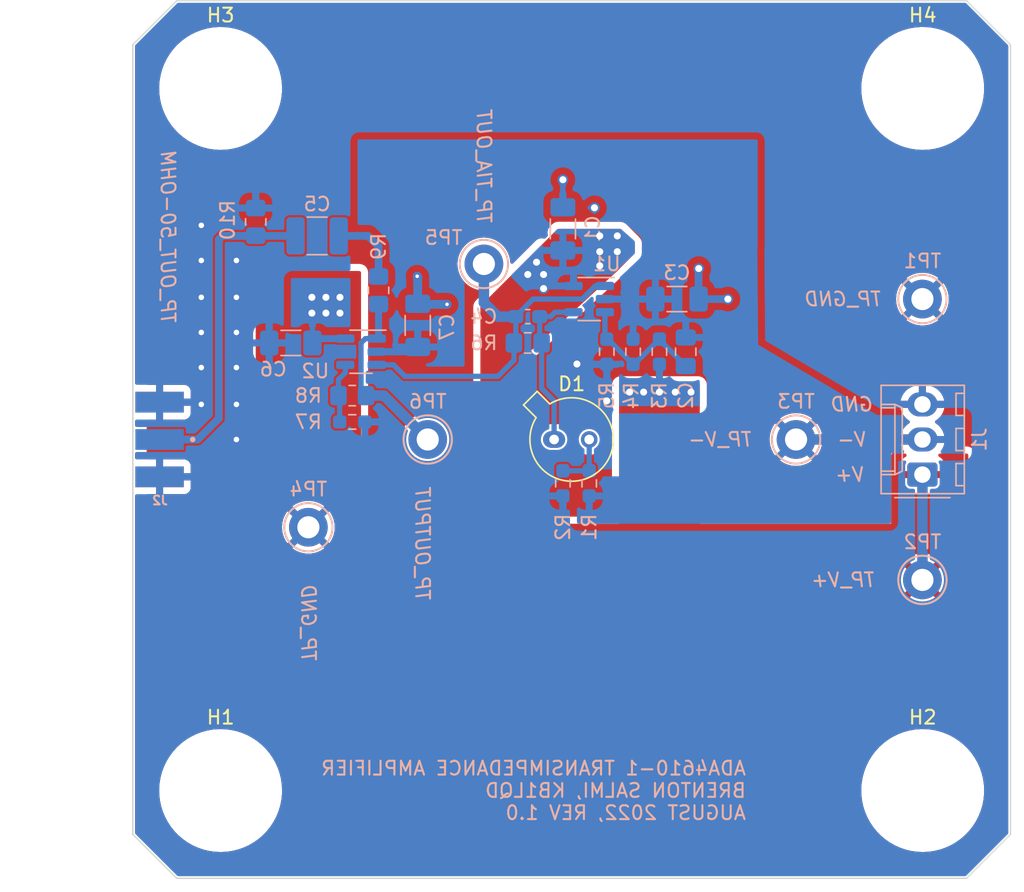
<source format=kicad_pcb>
(kicad_pcb (version 20211014) (generator pcbnew)
  (layers (0 "F.Cu" signal) (31 "B.Cu" signal) (36 "B.SilkS" user "B.Silkscreen") (37 "F.SilkS" user "F.Silkscreen") (38 "B.Mask" user) (39 "F.Mask" user) (44 "Edge.Cuts" user))
  (net 0 "")
  (net 1 "GND")
  (net 2 "VCC")
  (net 3 "VEE")
  (net 4 "Net-(C2-Pad2)")
  (net 5 "Net-(C4-Pad1)")
  (net 6 "Net-(C4-Pad2)")
  (net 7 "Net-(C5-Pad1)")
  (net 8 "Net-(C5-Pad2)")
  (net 9 "Net-(D1-Pad2)")
  (net 10 "Net-(R7-Pad2)")
  (net 11 "Net-(R8-Pad1)")
  (footprint "ADA4610-transimpedance-amplifier:TO-18-2_Lens_Centered" (layer "F.Cu") (at 107.95 82.55)
    (fp_text reference "D1" (at 0 -4.02) (layer "F.SilkS"))
    (fp_text value "ODD-1W")
    (fp_line (start -1.582331 -2.572281) (end -2.494499 -3.484448) (layer "F.SilkS") (width 0.12))
    (fp_line (start -3.484448 -2.494499) (end -2.572281 -1.582331) (layer "F.SilkS") (width 0.12))
    (fp_line (start -2.494499 -3.484448) (end -3.484448 -2.494499) (layer "F.SilkS") (width 0.12))
    (fp_arc (start -1.582331 -2.572281) (mid 2.135374 2.135551) (end -2.57215 -1.582544) (layer "F.SilkS") (width 0.12))
    (pad "1" thru_hole oval (at -1.27 0) (size 1.6 1.2) (drill 0.7) (layers *.Cu *.Mask) (net 5 "Net-(C4-Pad1)"))
    (pad "2" thru_hole oval (at 1.27 0) (size 1.2 1.2) (drill 0.7) (layers *.Cu *.Mask) (net 9 "Net-(D1-Pad2)"))
  )
  (footprint "MountingHole:MountingHole_4.3mm_M4" (layer "F.Cu") (at 133.35 57.15)
    (fp_text reference "H4" (at 0 -5.3) (layer "F.SilkS"))
    (fp_text value "MountingHole")
    (pad "" np_thru_hole circle (at 0 0) (size 4.3 4.3) (drill 4.3) (layers *.Cu *.Mask))
  )
  (footprint "MountingHole:MountingHole_4.3mm_M4" (layer "F.Cu") (at 82.55 107.95)
    (fp_text reference "H1" (at 0 -5.3) (layer "F.SilkS"))
    (fp_text value "MountingHole")
    (pad "" np_thru_hole circle (at 0 0) (size 4.3 4.3) (drill 4.3) (layers *.Cu *.Mask))
  )
  (footprint "MountingHole:MountingHole_4.3mm_M4" (layer "F.Cu") (at 82.55 57.15)
    (fp_text reference "H3" (at 0 -5.3) (layer "F.SilkS"))
    (fp_text value "MountingHole")
    (pad "" np_thru_hole circle (at 0 0) (size 4.3 4.3) (drill 4.3) (layers *.Cu *.Mask))
  )
  (footprint "MountingHole:MountingHole_4.3mm_M4" (layer "F.Cu") (at 133.35 107.95)
    (fp_text reference "H2" (at 0 -5.3) (layer "F.SilkS"))
    (fp_text value "MountingHole")
    (pad "" np_thru_hole circle (at 0 0) (size 4.3 4.3) (drill 4.3) (layers *.Cu *.Mask))
  )
  (footprint "Resistor_SMD:R_0603_1608Metric_Pad0.98x0.95mm_HandSolder" (layer "B.Cu") (at 109.22 85.725 -90)
    (fp_text reference "R1" (at 3.175 0 90) (layer "B.SilkS") (effects (justify mirror)))
    (fp_text value "0")
    (fp_line (start -0.254724 -0.5225) (end 0.254724 -0.5225) (layer "B.SilkS") (width 0.12))
    (fp_line (start -0.254724 0.5225) (end 0.254724 0.5225) (layer "B.SilkS") (width 0.12))
    (pad "1" smd roundrect (at -0.9125 0 270) (size 0.975 0.95) (layers "B.Cu" "B.Paste" "B.Mask") (net 9 "Net-(D1-Pad2)"))
    (pad "2" smd roundrect (at 0.9125 0 270) (size 0.975 0.95) (layers "B.Cu" "B.Paste" "B.Mask") (net 3 "VEE"))
  )
  (footprint "Package_TO_SOT_SMD:SOT-23-5" (layer "B.Cu") (at 109.22 72.39 180)
    (fp_text reference "U1" (at -1.27 2.54) (layer "B.SilkS") (effects (justify mirror)))
    (fp_text value "ADA4610-1xR")
    (fp_line (start 0 1.56) (end -1.8 1.56) (layer "B.SilkS") (width 0.12))
    (fp_line (start 0 -1.56) (end -0.8 -1.56) (layer "B.SilkS") (width 0.12))
    (fp_line (start 0 -1.56) (end 0.8 -1.56) (layer "B.SilkS") (width 0.12))
    (fp_line (start 0 1.56) (end 0.8 1.56) (layer "B.SilkS") (width 0.12))
    (pad "1" smd roundrect (at -1.1375 0.95 180) (size 1.325 0.6) (layers "B.Cu" "B.Paste" "B.Mask") (net 6 "Net-(C4-Pad2)"))
    (pad "2" smd roundrect (at -1.1375 0 180) (size 1.325 0.6) (layers "B.Cu" "B.Paste" "B.Mask") (net 3 "VEE"))
    (pad "3" smd roundrect (at -1.1375 -0.95 180) (size 1.325 0.6) (layers "B.Cu" "B.Paste" "B.Mask") (net 4 "Net-(C2-Pad2)"))
    (pad "4" smd roundrect (at 1.1375 -0.95 180) (size 1.325 0.6) (layers "B.Cu" "B.Paste" "B.Mask") (net 5 "Net-(C4-Pad1)"))
    (pad "5" smd roundrect (at 1.1375 0.95 180) (size 1.325 0.6) (layers "B.Cu" "B.Paste" "B.Mask") (net 2 "VCC"))
  )
  (footprint "Capacitor_SMD:C_1206_3216Metric_Pad1.33x1.80mm_HandSolder" (layer "B.Cu") (at 96.8125 74.295 -90)
    (fp_text reference "C7" (at 0.127 -2.1205 90) (layer "B.SilkS") (effects (justify mirror)))
    (fp_text value "1u")
    (fp_line (start -0.711252 0.91) (end 0.711252 0.91) (layer "B.SilkS") (width 0.12))
    (fp_line (start -0.711252 -0.91) (end 0.711252 -0.91) (layer "B.SilkS") (width 0.12))
    (pad "1" smd roundrect (at -1.5625 0 270) (size 1.325 1.8) (layers "B.Cu" "B.Paste" "B.Mask") (roundrect_rratio 0.188679) (net 1 "GND"))
    (pad "2" smd roundrect (at 1.5625 0 270) (size 1.325 1.8) (layers "B.Cu" "B.Paste" "B.Mask") (roundrect_rratio 0.188679) (net 3 "VEE"))
  )
  (footprint "Capacitor_SMD:C_1206_3216Metric_Pad1.33x1.80mm_HandSolder" (layer "B.Cu") (at 87.63 75.565)
    (fp_text reference "C6" (at -1.27 1.905) (layer "B.SilkS") (effects (justify mirror)))
    (fp_text value "1u")
    (fp_line (start -0.711252 0.91) (end 0.711252 0.91) (layer "B.SilkS") (width 0.12))
    (fp_line (start -0.711252 -0.91) (end 0.711252 -0.91) (layer "B.SilkS") (width 0.12))
    (pad "1" smd roundrect (at -1.5625 0) (size 1.325 1.8) (layers "B.Cu" "B.Paste" "B.Mask") (roundrect_rratio 0.188679) (net 1 "GND"))
    (pad "2" smd roundrect (at 1.5625 0) (size 1.325 1.8) (layers "B.Cu" "B.Paste" "B.Mask") (roundrect_rratio 0.188679) (net 2 "VCC"))
  )
  (footprint "Capacitor_SMD:C_1206_3216Metric_Pad1.33x1.80mm_HandSolder" (layer "B.Cu") (at 115.57 72.39 180)
    (fp_text reference "C3" (at 0 1.905) (layer "B.SilkS") (effects (justify mirror)))
    (fp_text value "1u")
    (fp_line (start -0.711252 0.91) (end 0.711252 0.91) (layer "B.SilkS") (width 0.12))
    (fp_line (start -0.711252 -0.91) (end 0.711252 -0.91) (layer "B.SilkS") (width 0.12))
    (pad "1" smd roundrect (at -1.5625 0 180) (size 1.325 1.8) (layers "B.Cu" "B.Paste" "B.Mask") (roundrect_rratio 0.188679) (net 1 "GND"))
    (pad "2" smd roundrect (at 1.5625 0 180) (size 1.325 1.8) (layers "B.Cu" "B.Paste" "B.Mask") (roundrect_rratio 0.188679) (net 3 "VEE"))
  )
  (footprint "Capacitor_SMD:C_1206_3216Metric_Pad1.33x1.80mm_HandSolder" (layer "B.Cu") (at 107.315 67.31 -90)
    (fp_text reference "C1" (at 0 -2.159 -90) (layer "B.SilkS") (effects (justify mirror)))
    (fp_text value "1u")
    (fp_line (start -0.711252 0.91) (end 0.711252 0.91) (layer "B.SilkS") (width 0.12))
    (fp_line (start -0.711252 -0.91) (end 0.711252 -0.91) (layer "B.SilkS") (width 0.12))
    (pad "1" smd roundrect (at -1.5625 0 270) (size 1.325 1.8) (layers "B.Cu" "B.Paste" "B.Mask") (roundrect_rratio 0.188679) (net 1 "GND"))
    (pad "2" smd roundrect (at 1.5625 0 270) (size 1.325 1.8) (layers "B.Cu" "B.Paste" "B.Mask") (roundrect_rratio 0.188679) (net 2 "VCC"))
  )
  (footprint "Resistor_SMD:R_0603_1608Metric_Pad0.98x0.95mm_HandSolder" (layer "B.Cu") (at 92.075 81.28 180)
    (fp_text reference "R7" (at 3.175 0) (layer "B.SilkS") (effects (justify mirror)))
    (fp_text value "1k")
    (fp_line (start -0.254724 0.5225) (end 0.254724 0.5225) (layer "B.SilkS") (width 0.12))
    (fp_line (start -0.254724 -0.5225) (end 0.254724 -0.5225) (layer "B.SilkS") (width 0.12))
    (pad "1" smd roundrect (at -0.9125 0 180) (size 0.975 0.95) (layers "B.Cu" "B.Paste" "B.Mask") (net 1 "GND"))
    (pad "2" smd roundrect (at 0.9125 0 180) (size 0.975 0.95) (layers "B.Cu" "B.Paste" "B.Mask") (net 10 "Net-(R7-Pad2)"))
  )
  (footprint "TestPoint:TestPoint_Keystone_5010-5014_Multipurpose" (layer "B.Cu") (at 133.33 92.71 180)
    (fp_text reference "TP2" (at 0 2.75) (layer "B.SilkS") (effects (justify mirror)))
    (fp_text value "TP_V+")
    (fp_circle (center 0 0) (end 1.75 0) (layer "B.SilkS") (width 0.15) (fill none))
    (pad "1" thru_hole circle (at 0 0 180) (size 2.8 2.8) (drill 1.6) (layers *.Cu *.Mask) (net 2 "VCC"))
  )
  (footprint "Resistor_SMD:R_0805_2012Metric_Pad1.20x1.40mm_HandSolder" (layer "B.Cu") (at 85.09 66.802 90)
    (fp_text reference "R10" (at 0.127 -2.032 90) (layer "B.SilkS") (effects (justify mirror)))
    (fp_text value "49.9")
    (fp_line (start -0.227064 -0.735) (end 0.227064 -0.735) (layer "B.SilkS") (width 0.12))
    (fp_line (start -0.227064 0.735) (end 0.227064 0.735) (layer "B.SilkS") (width 0.12))
    (pad "1" smd roundrect (at -1 0 90) (size 1.2 1.4) (layers "B.Cu" "B.Paste" "B.Mask") (roundrect_rratio 0.208333) (net 8 "Net-(C5-Pad2)"))
    (pad "2" smd roundrect (at 1 0 90) (size 1.2 1.4) (layers "B.Cu" "B.Paste" "B.Mask") (roundrect_rratio 0.208333) (net 1 "GND"))
  )
  (footprint "Resistor_SMD:R_0805_2012Metric_Pad1.20x1.40mm_HandSolder" (layer "B.Cu") (at 92.075 79.375 180)
    (fp_text reference "R8" (at 3.175 0) (layer "B.SilkS") (effects (justify mirror)))
    (fp_text value "49.9k")
    (fp_line (start -0.227064 0.735) (end 0.227064 0.735) (layer "B.SilkS") (width 0.12))
    (fp_line (start -0.227064 -0.735) (end 0.227064 -0.735) (layer "B.SilkS") (width 0.12))
    (pad "1" smd roundrect (at -1 0 180) (size 1.2 1.4) (layers "B.Cu" "B.Paste" "B.Mask") (roundrect_rratio 0.208333) (net 11 "Net-(R8-Pad1)"))
    (pad "2" smd roundrect (at 1 0 180) (size 1.2 1.4) (layers "B.Cu" "B.Paste" "B.Mask") (roundrect_rratio 0.208333) (net 10 "Net-(R7-Pad2)"))
  )
  (footprint "Resistor_SMD:R_0603_1608Metric_Pad0.98x0.95mm_HandSolder" (layer "B.Cu") (at 110.49 76.2 -90)
    (fp_text reference "R5" (at 3.175 0 -90) (layer "B.SilkS") (effects (justify mirror)))
    (fp_text value "0")
    (fp_line (start -0.254724 0.5225) (end 0.254724 0.5225) (layer "B.SilkS") (width 0.12))
    (fp_line (start -0.254724 -0.5225) (end 0.254724 -0.5225) (layer "B.SilkS") (width 0.12))
    (pad "1" smd roundrect (at -0.9125 0 270) (size 0.975 0.95) (layers "B.Cu" "B.Paste" "B.Mask") (net 4 "Net-(C2-Pad2)"))
    (pad "2" smd roundrect (at 0.9125 0 270) (size 0.975 0.95) (layers "B.Cu" "B.Paste" "B.Mask") (net 1 "GND"))
  )
  (footprint "Resistor_SMD:R_0603_1608Metric_Pad0.98x0.95mm_HandSolder" (layer "B.Cu") (at 114.3 76.2 90)
    (fp_text reference "R3" (at -3.175 0 90) (layer "B.SilkS") (effects (justify mirror)))
    (fp_text value "10k")
    (fp_line (start -0.254724 0.5225) (end 0.254724 0.5225) (layer "B.SilkS") (width 0.12))
    (fp_line (start -0.254724 -0.5225) (end 0.254724 -0.5225) (layer "B.SilkS") (width 0.12))
    (pad "1" smd roundrect (at -0.9125 0 90) (size 0.975 0.95) (layers "B.Cu" "B.Paste" "B.Mask") (net 2 "VCC"))
    (pad "2" smd roundrect (at 0.9125 0 90) (size 0.975 0.95) (layers "B.Cu" "B.Paste" "B.Mask") (net 4 "Net-(C2-Pad2)"))
  )
  (footprint "Resistor_SMD:R_0805_2012Metric_Pad1.20x1.40mm_HandSolder" (layer "B.Cu") (at 104.775 75.565 180)
    (fp_text reference "R6" (at 3.175 0) (layer "B.SilkS") (effects (justify mirror)))
    (fp_text value "100k")
    (fp_line (start -0.227064 0.735) (end 0.227064 0.735) (layer "B.SilkS") (width 0.12))
    (fp_line (start -0.227064 -0.735) (end 0.227064 -0.735) (layer "B.SilkS") (width 0.12))
    (pad "1" smd roundrect (at -1 0 180) (size 1.2 1.4) (layers "B.Cu" "B.Paste" "B.Mask") (roundrect_rratio 0.208333) (net 5 "Net-(C4-Pad1)"))
    (pad "2" smd roundrect (at 1 0 180) (size 1.2 1.4) (layers "B.Cu" "B.Paste" "B.Mask") (roundrect_rratio 0.208333) (net 6 "Net-(C4-Pad2)"))
  )
  (footprint "Resistor_SMD:R_0603_1608Metric_Pad0.98x0.95mm_HandSolder" (layer "B.Cu") (at 112.395 76.2 90)
    (fp_text reference "R4" (at -3.175 -0.127 90) (layer "B.SilkS") (effects (justify mirror)))
    (fp_text value "10k")
    (fp_line (start -0.254724 0.5225) (end 0.254724 0.5225) (layer "B.SilkS") (width 0.12))
    (fp_line (start -0.254724 -0.5225) (end 0.254724 -0.5225) (layer "B.SilkS") (width 0.12))
    (pad "1" smd roundrect (at -0.9125 0 90) (size 0.975 0.95) (layers "B.Cu" "B.Paste" "B.Mask") (net 4 "Net-(C2-Pad2)"))
    (pad "2" smd roundrect (at 0.9125 0 90) (size 0.975 0.95) (layers "B.Cu" "B.Paste" "B.Mask") (net 3 "VEE"))
  )
  (footprint "TestPoint:TestPoint_Keystone_5010-5014_Multipurpose" (layer "B.Cu") (at 97.536 82.55 180)
    (fp_text reference "TP6" (at 0 2.75) (layer "B.SilkS") (effects (justify mirror)))
    (fp_text value "TP_OUTPUT")
    (fp_circle (center 0 0) (end 1.75 0) (layer "B.SilkS") (width 0.15) (fill none))
    (pad "1" thru_hole circle (at 0 0 180) (size 2.8 2.8) (drill 1.6) (layers *.Cu *.Mask) (net 11 "Net-(R8-Pad1)"))
  )
  (footprint "TestPoint:TestPoint_Keystone_5010-5014_Multipurpose" (layer "B.Cu") (at 124.186 82.55 180)
    (fp_text reference "TP3" (at 0 2.75) (layer "B.SilkS") (effects (justify mirror)))
    (fp_text value "TP_V-")
    (fp_circle (center 0 0) (end 1.75 0) (layer "B.SilkS") (width 0.15) (fill none))
    (pad "1" thru_hole circle (at 0 0 180) (size 2.8 2.8) (drill 1.6) (layers *.Cu *.Mask) (net 3 "VEE"))
  )
  (footprint "ADA4610-transimpedance-amplifier:RFSOLUTIONS_CON-SMA-EDGE-S" (layer "B.Cu") (at 78.132508 82.55)
    (fp_text reference "J2" (at 0.032 4.4064) (layer "B.SilkS") (effects (font (size 0.64 0.64)) (justify mirror)))
    (fp_text value "Conn_Coaxial")
    (fp_circle (center 2.4 0) (end 2.5 0) (layer "B.SilkS") (width 0.2) (fill none))
    (pad "1" smd rect (at 0 0) (size 3.5 1.5) (layers "B.Cu" "B.Paste" "B.Mask") (net 8 "Net-(C5-Pad2)"))
    (pad "2" smd rect (at 0 2.7) (size 3.5 1.5) (layers "F.Cu" "F.Paste" "F.Mask") (net 1 "GND"))
    (pad "2" smd rect (at 0 -2.7) (size 3.5 1.5) (layers "B.Cu" "B.Paste" "B.Mask") (net 1 "GND"))
    (pad "2" smd rect (at 0 2.7) (size 3.5 1.5) (layers "B.Cu" "B.Paste" "B.Mask") (net 1 "GND"))
    (pad "2" smd rect (at 0 -2.7) (size 3.5 1.5) (layers "F.Cu" "F.Paste" "F.Mask") (net 1 "GND"))
  )
  (footprint "Capacitor_SMD:C_1210_3225Metric_Pad1.33x2.70mm_HandSolder" (layer "B.Cu") (at 89.535 67.818 180)
    (fp_text reference "C5" (at 0 2.3) (layer "B.SilkS") (effects (justify mirror)))
    (fp_text value "10u")
    (fp_line (start -0.711252 1.36) (end 0.711252 1.36) (layer "B.SilkS") (width 0.12))
    (fp_line (start -0.711252 -1.36) (end 0.711252 -1.36) (layer "B.SilkS") (width 0.12))
    (pad "1" smd roundrect (at -1.5625 0 180) (size 1.325 2.7) (layers "B.Cu" "B.Paste" "B.Mask") (roundrect_rratio 0.188679) (net 7 "Net-(C5-Pad1)"))
    (pad "2" smd roundrect (at 1.5625 0 180) (size 1.325 2.7) (layers "B.Cu" "B.Paste" "B.Mask") (roundrect_rratio 0.188679) (net 8 "Net-(C5-Pad2)"))
  )
  (footprint "Resistor_SMD:R_0805_2012Metric_Pad1.20x1.40mm_HandSolder" (layer "B.Cu") (at 93.98 71.755 -90)
    (fp_text reference "R9" (at -3.175 0 90) (layer "B.SilkS") (effects (justify mirror)))
    (fp_text value "49.9")
    (fp_line (start -0.227064 0.735) (end 0.227064 0.735) (layer "B.SilkS") (width 0.12))
    (fp_line (start -0.227064 -0.735) (end 0.227064 -0.735) (layer "B.SilkS") (width 0.12))
    (pad "1" smd roundrect (at -1 0 270) (size 1.2 1.4) (layers "B.Cu" "B.Paste" "B.Mask") (roundrect_rratio 0.208333) (net 7 "Net-(C5-Pad1)"))
    (pad "2" smd roundrect (at 1 0 270) (size 1.2 1.4) (layers "B.Cu" "B.Paste" "B.Mask") (roundrect_rratio 0.208333) (net 11 "Net-(R8-Pad1)"))
  )
  (footprint "TestPoint:TestPoint_Keystone_5010-5014_Multipurpose" (layer "B.Cu") (at 133.33 72.39 180)
    (fp_text reference "TP1" (at 0 2.75) (layer "B.SilkS") (effects (justify mirror)))
    (fp_text value "TP_GND")
    (fp_circle (center 0 0) (end 1.75 0) (layer "B.SilkS") (width 0.15) (fill none))
    (pad "1" thru_hole circle (at 0 0 180) (size 2.8 2.8) (drill 1.6) (layers *.Cu *.Mask) (net 1 "GND"))
  )
  (footprint "Package_TO_SOT_SMD:SOT-23-5" (layer "B.Cu") (at 92.71 76.2 180)
    (fp_text reference "U2" (at 3.302 -1.397) (layer "B.SilkS") (effects (justify mirror)))
    (fp_text value "ADA4610-1xR")
    (fp_line (start 0 1.56) (end 0.8 1.56) (layer "B.SilkS") (width 0.12))
    (fp_line (start 0 1.56) (end -1.8 1.56) (layer "B.SilkS") (width 0.12))
    (fp_line (start 0 -1.56) (end -0.8 -1.56) (layer "B.SilkS") (width 0.12))
    (fp_line (start 0 -1.56) (end 0.8 -1.56) (layer "B.SilkS") (width 0.12))
    (pad "1" smd roundrect (at -1.1375 0.95 180) (size 1.325 0.6) (layers "B.Cu" "B.Paste" "B.Mask") (net 11 "Net-(R8-Pad1)"))
    (pad "2" smd roundrect (at -1.1375 0 180) (size 1.325 0.6) (layers "B.Cu" "B.Paste" "B.Mask") (net 3 "VEE"))
    (pad "3" smd roundrect (at -1.1375 -0.95 180) (size 1.325 0.6) (layers "B.Cu" "B.Paste" "B.Mask") (net 6 "Net-(C4-Pad2)"))
    (pad "4" smd roundrect (at 1.1375 -0.95 180) (size 1.325 0.6) (layers "B.Cu" "B.Paste" "B.Mask") (net 10 "Net-(R7-Pad2)"))
    (pad "5" smd roundrect (at 1.1375 0.95 180) (size 1.325 0.6) (layers "B.Cu" "B.Paste" "B.Mask") (net 2 "VCC"))
  )
  (footprint "Resistor_SMD:R_0603_1608Metric_Pad0.98x0.95mm_HandSolder" (layer "B.Cu") (at 107.315 85.725 -90)
    (fp_text reference "R2" (at 3.175 0 90) (layer "B.SilkS") (effects (justify mirror)))
    (fp_text value "0")
    (fp_line (start -0.254724 0.5225) (end 0.254724 0.5225) (layer "B.SilkS") (width 0.12))
    (fp_line (start -0.254724 -0.5225) (end 0.254724 -0.5225) (layer "B.SilkS") (width 0.12))
    (pad "1" smd roundrect (at -0.9125 0 270) (size 0.975 0.95) (layers "B.Cu" "B.Paste" "B.Mask") (net 9 "Net-(D1-Pad2)"))
    (pad "2" smd roundrect (at 0.9125 0 270) (size 0.975 0.95) (layers "B.Cu" "B.Paste" "B.Mask") (net 1 "GND"))
  )
  (footprint "Capacitor_SMD:C_0603_1608Metric_Pad1.08x0.95mm_HandSolder" (layer "B.Cu") (at 104.775 73.66 180)
    (fp_text reference "C4" (at 3.175 0) (layer "B.SilkS") (effects (justify mirror)))
    (fp_text value "3.3p")
    (fp_line (start -0.146267 -0.51) (end 0.146267 -0.51) (layer "B.SilkS") (width 0.12))
    (fp_line (start -0.146267 0.51) (end 0.146267 0.51) (layer "B.SilkS") (width 0.12))
    (pad "1" smd roundrect (at -0.8625 0 180) (size 1.075 0.95) (layers "B.Cu" "B.Paste" "B.Mask") (net 5 "Net-(C4-Pad1)"))
    (pad "2" smd roundrect (at 0.8625 0 180) (size 1.075 0.95) (layers "B.Cu" "B.Paste" "B.Mask") (net 6 "Net-(C4-Pad2)"))
  )
  (footprint "TestPoint:TestPoint_Keystone_5010-5014_Multipurpose" (layer "B.Cu") (at 101.6 69.85)
    (fp_text reference "TP5" (at -2.921 -1.905) (layer "B.SilkS") (effects (justify mirror)))
    (fp_text value "TP_TIA_OUT")
    (fp_circle (center 0 0) (end 1.75 0) (layer "B.SilkS") (width 0.15) (fill none))
    (pad "1" thru_hole circle (at 0 0) (size 2.8 2.8) (drill 1.6) (layers *.Cu *.Mask) (net 6 "Net-(C4-Pad2)"))
  )
  (footprint "Capacitor_SMD:C_0805_2012Metric_Pad1.18x1.45mm_HandSolder" (layer "B.Cu") (at 116.205 76.2 -90)
    (fp_text reference "C2" (at 3.175 0 90) (layer "B.SilkS") (effects (justify mirror)))
    (fp_text value "100n")
    (fp_line (start -0.261252 -0.735) (end 0.261252 -0.735) (layer "B.SilkS") (width 0.12))
    (fp_line (start -0.261252 0.735) (end 0.261252 0.735) (layer "B.SilkS") (width 0.12))
    (pad "1" smd roundrect (at -1.0375 0 270) (size 1.175 1.45) (layers "B.Cu" "B.Paste" "B.Mask") (roundrect_rratio 0.212766) (net 3 "VEE"))
    (pad "2" smd roundrect (at 1.0375 0 270) (size 1.175 1.45) (layers "B.Cu" "B.Paste" "B.Mask") (roundrect_rratio 0.212766) (net 4 "Net-(C2-Pad2)"))
  )
  (footprint "TestPoint:TestPoint_Keystone_5010-5014_Multipurpose" (layer "B.Cu") (at 88.9 88.9 180)
    (fp_text reference "TP4" (at 0 2.75) (layer "B.SilkS") (effects (justify mirror)))
    (fp_text value "TP_GND")
    (fp_circle (center 0 0) (end 1.75 0) (layer "B.SilkS") (width 0.15) (fill none))
    (pad "1" thru_hole circle (at 0 0 180) (size 2.8 2.8) (drill 1.6) (layers *.Cu *.Mask) (net 1 "GND"))
  )
  (footprint "Connector_Molex:Molex_KK-254_AE-6410-03A_1x03_P2.54mm_Vertical" (layer "B.Cu") (at 133.33 85.09 90)
    (fp_text reference "J1" (at 2.54 4.12 90) (layer "B.SilkS") (effects (justify mirror)))
    (fp_text value "Conn_01x03_Male")
    (fp_line (start -0.8 3.03) (end -0.8 2.43) (layer "B.SilkS") (width 0.12))
    (fp_line (start 6.46 3.03) (end -1.38 3.03) (layer "B.SilkS") (width 0.12))
    (fp_line (start 1.74 2.43) (end 3.34 2.43) (layer "B.SilkS") (width 0.12))
    (fp_line (start 6.46 -2.99) (end 6.46 3.03) (layer "B.SilkS") (width 0.12))
    (fp_line (start 5.88 2.43) (end 5.88 3.03) (layer "B.SilkS") (width 0.12))
    (fp_line (start 3.34 2.43) (end 3.34 3.03) (layer "B.SilkS") (width 0.12))
    (fp_line (start -1.67 2) (end -1.67 -2) (layer "B.SilkS") (width 0.12))
    (fp_line (start 4.28 2.43) (end 5.88 2.43) (layer "B.SilkS") (width 0.12))
    (fp_line (start 0.8 2.43) (end 0.8 3.03) (layer "B.SilkS") (width 0.12))
    (fp_line (start -1.38 3.03) (end -1.38 -2.99) (layer "B.SilkS") (width 0.12))
    (fp_line (start 0.25 -1.46) (end 4.83 -1.46) (layer "B.SilkS") (width 0.12))
    (fp_line (start 0 -1.99) (end 5.08 -1.99) (layer "B.SilkS") (width 0.12))
    (fp_line (start 0 -1.99) (end 0.25 -1.46) (layer "B.SilkS") (width 0.12))
    (fp_line (start 4.28 3.03) (end 4.28 2.43) (layer "B.SilkS") (width 0.12))
    (fp_line (start 4.83 -1.46) (end 5.08 -1.99) (layer "B.SilkS") (width 0.12))
    (fp_line (start -1.38 -2.99) (end 6.46 -2.99) (layer "B.SilkS") (width 0.12))
    (fp_line (start 4.83 -2.99) (end 4.83 -1.99) (layer "B.SilkS") (width 0.12))
    (fp_line (start 0.25 -2.99) (end 0.25 -1.99) (layer "B.SilkS") (width 0.12))
    (fp_line (start 0 -2.99) (end 0 -1.99) (layer "B.SilkS") (width 0.12))
    (fp_line (start -0.8 2.43) (end 0.8 2.43) (layer "B.SilkS") (width 0.12))
    (fp_line (start 5.08 -1.99) (end 5.08 -2.99) (layer "B.SilkS") (width 0.12))
    (fp_line (start 1.74 3.03) (end 1.74 2.43) (layer "B.SilkS") (width 0.12))
    (pad "1" thru_hole roundrect (at 0 0 90) (size 1.74 2.19) (drill 1.19) (layers *.Cu *.Mask) (roundrect_rratio 0.143678) (net 2 "VCC"))
    (pad "2" thru_hole oval (at 2.54 0 90) (size 1.74 2.19) (drill 1.19) (layers *.Cu *.Mask) (net 3 "VEE"))
    (pad "3" thru_hole oval (at 5.08 0 90) (size 1.74 2.19) (drill 1.19) (layers *.Cu *.Mask) (net 1 "GND"))
  )
  (gr_line (start 136.525 114.3) (end 79.375 114.3) (layer "Edge.Cuts") (width 0.1))
  (gr_line (start 79.375 114.3) (end 76.2 111.125) (layer "Edge.Cuts") (width 0.1))
  (gr_line (start 79.375 50.8) (end 136.525 50.8) (layer "Edge.Cuts") (width 0.1))
  (gr_line (start 76.2 111.125) (end 76.2 53.975) (layer "Edge.Cuts") (width 0.1))
  (gr_line (start 139.7 53.975) (end 139.7 111.125) (layer "Edge.Cuts") (width 0.1))
  (gr_line (start 76.2 53.975) (end 79.375 50.8) (layer "Edge.Cuts") (width 0.1))
  (gr_line (start 136.525 50.8) (end 139.7 53.975) (layer "Edge.Cuts") (width 0.1))
  (gr_line (start 139.7 111.125) (end 136.525 114.3) (layer "Edge.Cuts") (width 0.1))
  (gr_text "TP_OUT_50-OHM" (at 78.74 67.945 270) (layer "B.SilkS") (effects (font (size 1 1) (thickness 0.15) italic) (justify mirror)))
  (gr_text "TP_OUTPUT" (at 97.155 90.17 270) (layer "B.SilkS") (effects (font (size 1 1) (thickness 0.15) italic) (justify mirror)))
  (gr_text "V+" (at 128.1176 85.09) (layer "B.SilkS") (effects (font (size 1 1) (thickness 0.15) italic) (justify mirror)))
  (gr_text "TP_TIA_OUT" (at 101.6 62.865 270) (layer "B.SilkS") (effects (font (size 1 1) (thickness 0.15) italic) (justify mirror)))
  (gr_text "TP_V+" (at 127.635 92.71) (layer "B.SilkS") (effects (font (size 1 1) (thickness 0.15) italic) (justify mirror)))
  (gr_text "TP_V-" (at 118.745 82.55) (layer "B.SilkS") (effects (font (size 1 1) (thickness 0.15) italic) (justify mirror)))
  (gr_text "GND" (at 128.27 80.01) (layer "B.SilkS") (effects (font (size 1 1) (thickness 0.15) italic) (justify mirror)))
  (gr_text "ADA4610-1 TRANSIMPEDANCE AMPLIFIER\nBRENTON SALMI, KB1LQD\nAUGUST 2022, REV 1.0" (at 120.65 107.95) (layer "B.SilkS") (effects (font (size 1 1)) (justify left mirror)))
  (gr_text "TP_GND" (at 88.9 95.885 270) (layer "B.SilkS") (effects (font (size 1 1) (thickness 0.15) italic) (justify mirror)))
  (gr_text "TP_GND" (at 127.635 72.39) (layer "B.SilkS") (effects (font (size 1 1) (thickness 0.15) italic) (justify mirror)))
  (gr_text "V-" (at 128.27 82.55) (layer "B.SilkS") (effects (font (size 1 1) (thickness 0.15) italic) (justify mirror)))
  (via (at 98.933 72.771) (size 0.508) (drill 0.254) (layers "F.Cu" "B.Cu") (net 1))
  (via (at 81.153 67.056) (size 0.653999) (drill 0.399999) (layers "F.Cu" "B.Cu") (net 1))
  (via (at 83.693 72.263) (size 0.653999) (drill 0.399999) (layers "F.Cu" "B.Cu") (net 1))
  (via (at 117.1448 70.1802) (size 0.762) (drill 0.508) (layers "F.Cu" "B.Cu") (net 1))
  (via (at 81.153 74.803) (size 0.653999) (drill 0.399999) (layers "F.Cu" "B.Cu") (net 1))
  (via (at 81.153 77.343) (size 0.653999) (drill 0.399999) (layers "F.Cu" "B.Cu") (net 1))
  (via (at 109.601 65.786) (size 0.762) (drill 0.508) (layers "F.Cu" "B.Cu") (net 1))
  (via (at 81.153 80.01) (size 0.653999) (drill 0.399999) (layers "F.Cu" "B.Cu") (net 1))
  (via (at 83.693 74.803) (size 0.653999) (drill 0.399999) (layers "F.Cu" "B.Cu") (net 1))
  (via (at 119.253 72.39) (size 0.762) (drill 0.508) (layers "F.Cu" "B.Cu") (net 1))
  (via (at 96.774 70.739) (size 0.508) (drill 0.254) (layers "F.Cu" "B.Cu") (net 1))
  (via (at 107.315 63.754) (size 0.762) (drill 0.508) (layers "F.Cu" "B.Cu") (net 1))
  (via (at 83.693 77.343) (size 0.653999) (drill 0.399999) (layers "F.Cu" "B.Cu") (net 1))
  (via (at 81.153 69.596) (size 0.653999) (drill 0.399999) (layers "F.Cu" "B.Cu") (net 1))
  (via (at 108.331 77.089) (size 0.762) (drill 0.508) (layers "F.Cu" "B.Cu") (net 1))
  (via (at 83.693 69.596) (size 0.653999) (drill 0.399999) (layers "F.Cu" "B.Cu") (net 1))
  (via (at 83.693 82.55) (size 0.653999) (drill 0.399999) (layers "F.Cu" "B.Cu") (net 1))
  (via (at 83.693 80.01) (size 0.653999) (drill 0.399999) (layers "F.Cu" "B.Cu") (net 1))
  (via (at 110.49 79.756) (size 0.762) (drill 0.508) (layers "F.Cu" "B.Cu") (net 1))
  (via (at 81.153 72.263) (size 0.653999) (drill 0.399999) (layers "F.Cu" "B.Cu") (net 1))
  (segment (start 119.253 72.39) (end 117.1325 72.39) (width 0.5588) (layer "B.Cu") (net 1))
  (segment (start 117.1325 70.1925) (end 117.1448 70.1802) (width 0.5588) (layer "B.Cu") (net 1))
  (segment (start 98.933 72.771) (end 96.851 72.771) (width 0.635) (layer "B.Cu") (net 1))
  (segment (start 96.8125 72.7325) (end 96.8125 70.7775) (width 0.635) (layer "B.Cu") (net 1))
  (segment (start 96.8125 70.7775) (end 96.774 70.739) (width 0.635) (layer "B.Cu") (net 1))
  (segment (start 117.1325 72.39) (end 117.1325 70.1925) (width 0.5588) (layer "B.Cu") (net 1))
  (segment (start 96.851 72.771) (end 96.8125 72.7325) (width 0.635) (layer "B.Cu") (net 1))
  (segment (start 107.315 65.7475) (end 107.315 63.754) (width 0.381) (layer "B.Cu") (net 1))
  (via (at 90.17 72.263) (size 0.762) (drill 0.508) (layers "F.Cu" "B.Cu") (net 2))
  (via (at 105.918 70.612) (size 0.762) (drill 0.508) (layers "F.Cu" "B.Cu") (net 2))
  (via (at 91.186 73.406) (size 0.762) (drill 0.508) (layers "F.Cu" "B.Cu") (net 2))
  (via (at 116.586 79.121) (size 0.762) (drill 0.508) (layers "F.Cu" "B.Cu") (net 2))
  (via (at 109.982 68.961) (size 0.762) (drill 0.508) (layers "F.Cu" "B.Cu") (net 2))
  (via (at 113.157 79.121) (size 0.762) (drill 0.508) (layers "F.Cu" "B.Cu") (net 2))
  (via (at 114.3 79.121) (size 0.762) (drill 0.508) (layers "F.Cu" "B.Cu") (net 2))
  (via (at 111.252 68.961) (size 0.762) (drill 0.508) (layers "F.Cu" "B.Cu") (net 2))
  (via (at 89.154 73.406) (size 0.762) (drill 0.508) (layers "F.Cu" "B.Cu") (net 2))
  (via (at 104.775 70.612) (size 0.762) (drill 0.508) (layers "F.Cu" "B.Cu") (net 2))
  (via (at 115.443 79.121) (size 0.762) (drill 0.508) (layers "F.Cu" "B.Cu") (net 2))
  (via (at 105.918 71.628) (size 0.762) (drill 0.508) (layers "F.Cu" "B.Cu") (net 2))
  (via (at 112.141 79.121) (size 0.762) (drill 0.508) (layers "F.Cu" "B.Cu") (net 2))
  (via (at 109.982 69.977) (size 0.762) (drill 0.508) (layers "F.Cu" "B.Cu") (net 2))
  (via (at 111.252 67.818) (size 0.762) (drill 0.508) (layers "F.Cu" "B.Cu") (net 2))
  (via (at 89.154 72.263) (size 0.762) (drill 0.508) (layers "F.Cu" "B.Cu") (net 2))
  (via (at 91.186 72.263) (size 0.762) (drill 0.508) (layers "F.Cu" "B.Cu") (net 2))
  (via (at 109.982 67.818) (size 0.762) (drill 0.508) (layers "F.Cu" "B.Cu") (net 2))
  (via (at 105.41 69.723) (size 0.762) (drill 0.508) (layers "F.Cu" "B.Cu") (net 2))
  (via (at 90.17 73.406) (size 0.762) (drill 0.508) (layers "F.Cu" "B.Cu") (net 2))
  (segment (start 89.1925 75.565) (end 89.1925 73.4445) (width 0.381) (layer "B.Cu") (net 2))
  (segment (start 89.1925 73.4445) (end 89.154 73.406) (width 0.381) (layer "B.Cu") (net 2))
  (segment (start 133.33 92.71) (end 133.33 85.09) (width 0.762) (layer "B.Cu") (net 2))
  (segment (start 89.5075 75.25) (end 89.1925 75.565) (width 0.381) (layer "B.Cu") (net 2))
  (segment (start 91.572512 75.249989) (end 89.507492 75.249989) (width 0.508) (layer "B.Cu") (net 2))
  (segment (start 114.427 77.2395) (end 114.3 77.1125) (width 0.381) (layer "B.Cu") (net 2))
  (segment (start 110.3575 72.39) (end 114.0075 72.39) (width 0.508) (layer "B.Cu") (net 3))
  (segment (start 124.186 82.55) (end 133.33 82.55) (width 0.762) (layer "B.Cu") (net 3))
  (segment (start 109.2435 86.614) (end 109.22 86.6375) (width 0.381) (layer "B.Cu") (net 3))
  (segment (start 96.47 76.2) (end 96.8125 75.8575) (width 0.381) (layer "B.Cu") (net 3))
  (segment (start 93.8475 76.2) (end 96.47 76.2) (width 0.508) (layer "B.Cu") (net 3))
  (segment (start 110.57 75.2875) (end 112.395 77.1125) (width 0.381) (layer "B.Cu") (net 4))
  (segment (start 114.3 75.3325) (end 116.205 77.2375) (width 0.381) (layer "B.Cu") (net 4))
  (segment (start 110.3575 73.34) (end 110.3575 75.155) (width 0.381) (layer "B.Cu") (net 4))
  (segment (start 114.3 75.2875) (end 114.3 75.3325) (width 0.381) (layer "B.Cu") (net 4))
  (segment (start 110.3575 75.155) (end 110.49 75.2875) (width 0.381) (layer "B.Cu") (net 4))
  (segment (start 112.395 77.1125) (end 112.475 77.1125) (width 0.381) (layer "B.Cu") (net 4))
  (segment (start 112.475 77.1125) (end 114.3 75.2875) (width 0.381) (layer "B.Cu") (net 4))
  (segment (start 110.49 75.2875) (end 110.57 75.2875) (width 0.381) (layer "B.Cu") (net 4))
  (segment (start 106.426 73.66) (end 106.746 73.34) (width 0.381) (layer "B.Cu") (net 5))
  (segment (start 105.6375 73.66) (end 105.6375 75.4275) (width 0.381) (layer "B.Cu") (net 5))
  (segment (start 106.68 79.756) (end 106.68 82.55) (width 0.381) (layer "B.Cu") (net 5))
  (segment (start 105.6375 75.4275) (end 105.775 75.565) (width 0.381) (layer "B.Cu") (net 5))
  (segment (start 105.775 75.565) (end 105.775 78.851) (width 0.381) (layer "B.Cu") (net 5))
  (segment (start 105.6375 73.66) (end 106.426 73.66) (width 0.381) (layer "B.Cu") (net 5))
  (segment (start 106.746 73.34) (end 108.0825 73.34) (width 0.381) (layer "B.Cu") (net 5))
  (segment (start 105.775 78.851) (end 106.68 79.756) (width 0.381) (layer "B.Cu") (net 5))
  (segment (start 103.9125 75.4275) (end 103.775 75.565) (width 0.381) (layer "B.Cu") (net 6))
  (segment (start 109.662 71.44) (end 108.712 72.39) (width 0.381) (layer "B.Cu") (net 6))
  (segment (start 105.156 72.39) (end 103.9125 73.6335) (width 0.381) (layer "B.Cu") (net 6))
  (segment (start 103.9125 73.6335) (end 103.9125 73.66) (width 0.381) (layer "B.Cu") (net 6))
  (segment (start 103.9125 73.66) (end 103.9125 75.4275) (width 0.381) (layer "B.Cu") (net 6))
  (segment (start 102.616 77.978) (end 103.775 76.819) (width 0.381) (layer "B.Cu") (net 6))
  (segment (start 108.712 72.39) (end 105.156 72.39) (width 0.381) (layer "B.Cu") (net 6))
  (segment (start 95.885 77.978) (end 102.616 77.978) (width 0.381) (layer "B.Cu") (net 6))
  (segment (start 103.775 76.819) (end 103.775 75.565) (width 0.381) (layer "B.Cu") (net 6))
  (segment (start 103.9125 73.66) (end 102.616 73.66) (width 0.762) (layer "B.Cu") (net 6))
  (segment (start 93.8475 77.15) (end 95.057 77.15) (width 0.381) (layer "B.Cu") (net 6))
  (segment (start 102.616 73.66) (end 101.6 72.644) (width 0.762) (layer "B.Cu") (net 6))
  (segment (start 101.6 72.644) (end 101.6 69.85) (width 0.762) (layer "B.Cu") (net 6))
  (segment (start 95.057 77.15) (end 95.885 77.978) (width 0.381) (layer "B.Cu") (net 6))
  (segment (start 110.3575 71.44) (end 109.662 71.44) (width 0.381) (layer "B.Cu") (net 6))
  (segment (start 93.98 70.755) (end 93.98 68.58) (width 0.5588) (layer "B.Cu") (net 7))
  (segment (start 93.218 67.818) (end 91.0975 67.818) (width 0.5588) (layer "B.Cu") (net 7))
  (segment (start 93.98 68.58) (end 93.218 67.818) (width 0.5588) (layer "B.Cu") (net 7))
  (segment (start 82.423 81.026) (end 80.899 82.55) (width 0.5588) (layer "B.Cu") (net 8))
  (segment (start 87.9725 67.818) (end 85.106 67.818) (width 0.5588) (layer "B.Cu") (net 8))
  (segment (start 85.074 67.818) (end 82.677 67.818) (width 0.5588) (layer "B.Cu") (net 8))
  (segment (start 82.423 68.072) (end 82.423 81.026) (width 0.5588) (layer "B.Cu") (net 8))
  (segment (start 85.09 67.802) (end 85.074 67.818) (width 0.5588) (layer "B.Cu") (net 8))
  (segment (start 85.106 67.818) (end 85.09 67.802) (width 0.5588) (layer "B.Cu") (net 8))
  (segment (start 80.899 82.55) (end 78.1325 82.55) (width 0.5588) (layer "B.Cu") (net 8))
  (segment (start 82.677 67.818) (end 82.423 68.072) (width 0.5588) (layer "B.Cu") (net 8))
  (segment (start 109.22 84.8125) (end 107.315 84.8125) (width 0.381) (layer "B.Cu") (net 9))
  (segment (start 109.22 82.55) (end 109.22 84.8125) (width 0.381) (layer "B.Cu") (net 9))
  (segment (start 91.5725 77.7185) (end 91.075 78.216) (width 0.381) (layer "B.Cu") (net 10))
  (segment (start 91.075 78.216) (end 91.075 79.375) (width 0.381) (layer "B.Cu") (net 10))
  (segment (start 91.1625 81.28) (end 91.1625 79.4625) (width 0.381) (layer "B.Cu") (net 10))
  (segment (start 91.5725 77.15) (end 91.5725 77.7185) (width 0.381) (layer "B.Cu") (net 10))
  (segment (start 91.1625 79.4625) (end 91.075 79.375) (width 0.381) (layer "B.Cu") (net 10))
  (segment (start 93.075 79.375) (end 94.361 79.375) (width 0.762) (layer "B.Cu") (net 11))
  (segment (start 93.8475 75.25) (end 93.025 75.25) (width 0.381) (layer "B.Cu") (net 11))
  (segment (start 93.025 75.25) (end 92.71 75.565) (width 0.381) (layer "B.Cu") (net 11))
  (segment (start 92.71 79.01) (end 93.075 79.375) (width 0.381) (layer "B.Cu") (net 11))
  (segment (start 93.98 75.1175) (end 93.8475 75.25) (width 0.381) (layer "B.Cu") (net 11))
  (segment (start 92.71 75.565) (end 92.71 79.01) (width 0.381) (layer "B.Cu") (net 11))
  (segment (start 94.361 79.375) (end 97.536 82.55) (width 0.762) (layer "B.Cu") (net 11))
  (segment (start 93.98 72.755) (end 93.98 75.1175) (width 0.508) (layer "B.Cu") (net 11))
  (zone (net 0) (net_name "") (layers F&B.Cu) (connect_pads (clearance 0)) (min_thickness 0.254)
    (keepout (tracks not_allowed) (vias not_allowed) (pads not_allowed) (copperpour not_allowed) (footprints allowed))
    (fill (thermal_gap 0.508) (thermal_bridge_width 0.508))
    (polygon (pts (xy 87.00004 107.95) (xy 86.980291 107.531214) (xy 86.921218 107.116146) (xy 86.823345 106.708478) (xy 86.687543 106.311831) (xy 86.515015 105.929724) (xy 86.307293 105.565549) (xy 86.066221 105.222539) (xy 85.79394 104.903738) (xy 85.492864 104.611976) (xy 85.165668 104.349842) (xy 84.815255 104.119664) (xy 84.444735 103.923483) (xy 84.057397 103.763043) (xy 83.65668 103.639766) (xy 83.24614 103.554747) (xy 82.82942 103.508741) (xy 82.410221 103.502156) (xy 81.992262 103.53505) (xy 81.579254 103.607131) (xy 81.174862 103.71776) (xy 80.782676 103.865955) (xy 80.406177 104.0504) (xy 80.048706 104.269458) (xy 79.713438 104.521185) (xy 79.403347 104.803347) (xy 79.121185 105.113438) (xy 78.869458 105.448706) (xy 78.6504 105.806177) (xy 78.465955 106.182676) (xy 78.31776 106.574862) (xy 78.207131 106.979254) (xy 78.13505 107.392262) (xy 78.102156 107.810221) (xy 78.108741 108.22942) (xy 78.154747 108.64614) (xy 78.239766 109.05668) (xy 78.363043 109.457397) (xy 78.523483 109.844735) (xy 78.719664 110.215255) (xy 78.949842 110.565668) (xy 79.211976 110.892864) (xy 79.503738 111.19394) (xy 79.822539 111.466221) (xy 80.165549 111.707293) (xy 80.529724 111.915015) (xy 80.911831 112.087543) (xy 81.308478 112.223345) (xy 81.716146 112.321218) (xy 82.131214 112.380291) (xy 82.55 112.40004) (xy 82.968786 112.380291) (xy 83.383854 112.321218) (xy 83.791522 112.223345) (xy 84.188169 112.087543) (xy 84.570276 111.915015) (xy 84.934451 111.707293) (xy 85.277461 111.466221) (xy 85.596262 111.19394) (xy 85.888024 110.892864) (xy 86.150158 110.565668) (xy 86.380336 110.215255) (xy 86.576517 109.844735) (xy 86.736957 109.457397) (xy 86.860234 109.05668) (xy 86.945253 108.64614) (xy 86.991259 108.22942)))
  )
  (zone (net 0) (net_name "") (layers F&B.Cu) (connect_pads (clearance 0)) (min_thickness 0.254)
    (keepout (tracks not_allowed) (vias not_allowed) (pads not_allowed) (copperpour not_allowed) (footprints allowed))
    (fill (thermal_gap 0.508) (thermal_bridge_width 0.508))
    (polygon (pts (xy 137.80004 57.15) (xy 137.780291 56.731214) (xy 137.721218 56.316146) (xy 137.623345 55.908478) (xy 137.487543 55.511831) (xy 137.315015 55.129724) (xy 137.107293 54.765549) (xy 136.866221 54.422539) (xy 136.59394 54.103738) (xy 136.292864 53.811976) (xy 135.965668 53.549842) (xy 135.615255 53.319664) (xy 135.244735 53.123483) (xy 134.857397 52.963043) (xy 134.45668 52.839766) (xy 134.04614 52.754747) (xy 133.62942 52.708741) (xy 133.210221 52.702156) (xy 132.792262 52.73505) (xy 132.379254 52.807131) (xy 131.974862 52.91776) (xy 131.582676 53.065955) (xy 131.206177 53.2504) (xy 130.848706 53.469458) (xy 130.513438 53.721185) (xy 130.203347 54.003347) (xy 129.921185 54.313438) (xy 129.669458 54.648706) (xy 129.4504 55.006177) (xy 129.265955 55.382676) (xy 129.11776 55.774862) (xy 129.007131 56.179254) (xy 128.93505 56.592262) (xy 128.902156 57.010221) (xy 128.908741 57.42942) (xy 128.954747 57.84614) (xy 129.039766 58.25668) (xy 129.163043 58.657397) (xy 129.323483 59.044735) (xy 129.519664 59.415255) (xy 129.749842 59.765668) (xy 130.011976 60.092864) (xy 130.303738 60.39394) (xy 130.622539 60.666221) (xy 130.965549 60.907293) (xy 131.329724 61.115015) (xy 131.711831 61.287543) (xy 132.108478 61.423345) (xy 132.516146 61.521218) (xy 132.931214 61.580291) (xy 133.35 61.60004) (xy 133.768786 61.580291) (xy 134.183854 61.521218) (xy 134.591522 61.423345) (xy 134.988169 61.287543) (xy 135.370276 61.115015) (xy 135.734451 60.907293) (xy 136.077461 60.666221) (xy 136.396262 60.39394) (xy 136.688024 60.092864) (xy 136.950158 59.765668) (xy 137.180336 59.415255) (xy 137.376517 59.044735) (xy 137.536957 58.657397) (xy 137.660234 58.25668) (xy 137.745253 57.84614) (xy 137.791259 57.42942)))
  )
  (zone (net 1) (net_name "GND") (layers F&B.Cu) (connect_pads (clearance 0.508)) (min_thickness 0.254) (fill yes (thermal_gap 0.508) (thermal_bridge_width 0.508))
    (polygon (pts (xy 140.7 54.975) (xy 140.7 112.125) (xy 137.525 115.3) (xy 80.375 115.3) (xy 77.2 112.125) (xy 77.2 54.975) (xy 80.375 51.8) (xy 137.525 51.8)))
  )
  (zone (net 0) (net_name "") (layers F&B.Cu) (connect_pads (clearance 0)) (min_thickness 0.254)
    (keepout (tracks not_allowed) (vias not_allowed) (pads not_allowed) (copperpour not_allowed) (footprints allowed))
    (fill (thermal_gap 0.508) (thermal_bridge_width 0.508))
    (polygon (pts (xy 87.00004 57.15) (xy 86.980291 56.731214) (xy 86.921218 56.316146) (xy 86.823345 55.908478) (xy 86.687543 55.511831) (xy 86.515015 55.129724) (xy 86.307293 54.765549) (xy 86.066221 54.422539) (xy 85.79394 54.103738) (xy 85.492864 53.811976) (xy 85.165668 53.549842) (xy 84.815255 53.319664) (xy 84.444735 53.123483) (xy 84.057397 52.963043) (xy 83.65668 52.839766) (xy 83.24614 52.754747) (xy 82.82942 52.708741) (xy 82.410221 52.702156) (xy 81.992262 52.73505) (xy 81.579254 52.807131) (xy 81.174862 52.91776) (xy 80.782676 53.065955) (xy 80.406177 53.2504) (xy 80.048706 53.469458) (xy 79.713438 53.721185) (xy 79.403347 54.003347) (xy 79.121185 54.313438) (xy 78.869458 54.648706) (xy 78.6504 55.006177) (xy 78.465955 55.382676) (xy 78.31776 55.774862) (xy 78.207131 56.179254) (xy 78.13505 56.592262) (xy 78.102156 57.010221) (xy 78.108741 57.42942) (xy 78.154747 57.84614) (xy 78.239766 58.25668) (xy 78.363043 58.657397) (xy 78.523483 59.044735) (xy 78.719664 59.415255) (xy 78.949842 59.765668) (xy 79.211976 60.092864) (xy 79.503738 60.39394) (xy 79.822539 60.666221) (xy 80.165549 60.907293) (xy 80.529724 61.115015) (xy 80.911831 61.287543) (xy 81.308478 61.423345) (xy 81.716146 61.521218) (xy 82.131214 61.580291) (xy 82.55 61.60004) (xy 82.968786 61.580291) (xy 83.383854 61.521218) (xy 83.791522 61.423345) (xy 84.188169 61.287543) (xy 84.570276 61.115015) (xy 84.934451 60.907293) (xy 85.277461 60.666221) (xy 85.596262 60.39394) (xy 85.888024 60.092864) (xy 86.150158 59.765668) (xy 86.380336 59.415255) (xy 86.576517 59.044735) (xy 86.736957 58.657397) (xy 86.860234 58.25668) (xy 86.945253 57.84614) (xy 86.991259 57.42942)))
  )
  (zone (net 2) (net_name "VCC") (layer "F.Cu") (priority 1) (connect_pads (clearance 0.508)) (min_thickness 0.254) (fill yes (thermal_gap 0.508) (thermal_bridge_width 0.508))
    (polygon (pts (xy 112.522 68.326) (xy 112.522 69.088) (xy 111.252 70.358) (xy 104.648 76.454) (xy 104.648 88.646) (xy 111.379 88.646) (xy 111.379 78.486) (xy 117.221 78.486) (xy 117.221 88.646) (xy 131.064 88.646) (xy 131.064 83.566) (xy 136.652 83.566) (xy 136.652 94.996) (xy 85.09 94.996) (xy 85.09 70.358) (xy 92.71 70.358) (xy 92.71 88.646) (xy 101.346 88.646) (xy 101.346 72.898) (xy 106.934 67.31) (xy 111.506 67.31)))
  )
  (zone (net 0) (net_name "") (layers F&B.Cu) (connect_pads (clearance 0)) (min_thickness 0.254)
    (keepout (tracks not_allowed) (vias not_allowed) (pads not_allowed) (copperpour not_allowed) (footprints allowed))
    (fill (thermal_gap 0.508) (thermal_bridge_width 0.508))
    (polygon (pts (xy 137.80004 107.95) (xy 137.780291 107.531214) (xy 137.721218 107.116146) (xy 137.623345 106.708478) (xy 137.487543 106.311831) (xy 137.315015 105.929724) (xy 137.107293 105.565549) (xy 136.866221 105.222539) (xy 136.59394 104.903738) (xy 136.292864 104.611976) (xy 135.965668 104.349842) (xy 135.615255 104.119664) (xy 135.244735 103.923483) (xy 134.857397 103.763043) (xy 134.45668 103.639766) (xy 134.04614 103.554747) (xy 133.62942 103.508741) (xy 133.210221 103.502156) (xy 132.792262 103.53505) (xy 132.379254 103.607131) (xy 131.974862 103.71776) (xy 131.582676 103.865955) (xy 131.206177 104.0504) (xy 130.848706 104.269458) (xy 130.513438 104.521185) (xy 130.203347 104.803347) (xy 129.921185 105.113438) (xy 129.669458 105.448706) (xy 129.4504 105.806177) (xy 129.265955 106.182676) (xy 129.11776 106.574862) (xy 129.007131 106.979254) (xy 128.93505 107.392262) (xy 128.902156 107.810221) (xy 128.908741 108.22942) (xy 128.954747 108.64614) (xy 129.039766 109.05668) (xy 129.163043 109.457397) (xy 129.323483 109.844735) (xy 129.519664 110.215255) (xy 129.749842 110.565668) (xy 130.011976 110.892864) (xy 130.303738 111.19394) (xy 130.622539 111.466221) (xy 130.965549 111.707293) (xy 131.329724 111.915015) (xy 131.711831 112.087543) (xy 132.108478 112.223345) (xy 132.516146 112.321218) (xy 132.931214 112.380291) (xy 133.35 112.40004) (xy 133.768786 112.380291) (xy 134.183854 112.321218) (xy 134.591522 112.223345) (xy 134.988169 112.087543) (xy 135.370276 111.915015) (xy 135.734451 111.707293) (xy 136.077461 111.466221) (xy 136.396262 111.19394) (xy 136.688024 110.892864) (xy 136.950158 110.565668) (xy 137.180336 110.215255) (xy 137.376517 109.844735) (xy 137.536957 109.457397) (xy 137.660234 109.05668) (xy 137.745253 108.64614) (xy 137.791259 108.22942)))
  )
  (zone (net 2) (net_name "VCC") (layer "B.Cu") (priority 2) (connect_pads (clearance 0.508)) (min_thickness 0.254) (fill yes (thermal_gap 0.508) (thermal_bridge_width 0.508))
    (polygon (pts (xy 112.522 68.199) (xy 112.522 69.088) (xy 108.585 72.771) (xy 104.775 72.771) (xy 104.775 72.009) (xy 103.505 70.739) (xy 106.934 67.31) (xy 111.506 67.31)))
  )
  (zone (net 3) (net_name "VEE") (layer "B.Cu") (priority 1) (connect_pads (clearance 0.508)) (min_thickness 0.254) (fill yes (thermal_gap 0.508) (thermal_bridge_width 0.508))
    (polygon (pts (xy 121.412 68.707) (xy 111.252 70.358) (xy 92.456 70.358) (xy 92.456 60.833) (xy 121.412 60.833)))
  )
  (zone (net 2) (net_name "VCC") (layer "B.Cu") (priority 2) (connect_pads (clearance 0.508)) (min_thickness 0.254) (fill yes (thermal_gap 0.508) (thermal_bridge_width 0.508))
    (polygon (pts (xy 91.948 74.422) (xy 87.63 74.422) (xy 87.63 70.866) (xy 91.948 70.866)))
  )
  (zone (net 3) (net_name "VEE") (layer "B.Cu") (priority 1) (connect_pads (clearance 0.508)) (min_thickness 0.254) (fill yes (thermal_gap 0.508) (thermal_bridge_width 0.508))
    (polygon (pts (xy 115.9256 68.58) (xy 118.3386 68.58) (xy 121.383546 68.559856) (xy 121.447046 75.692) (xy 130.048 80.772) (xy 136.398 80.772) (xy 136.398 83.566) (xy 131.064 83.566) (xy 131.064 88.646) (xy 111.379 88.646) (xy 111.379 78.613) (xy 111.379 78.486) (xy 111.379 78.359) (xy 111.252 70.358) (xy 113.03 68.58) (xy 114.808 68.58)))
  )
  (zone (net 2) (net_name "VCC") (layer "B.Cu") (priority 2) (connect_pads (clearance 0.508)) (min_thickness 0.254) (fill yes (thermal_gap 0.508) (thermal_bridge_width 0.508))
    (polygon (pts (xy 117.221 80.137) (xy 111.379 80.137) (xy 111.379 76.454) (xy 117.221 76.454)))
  )
  (zone (net 3) (net_name "VEE") (layer "B.Cu") (priority 1) (connect_pads (clearance 0.508)) (min_thickness 0.254) (fill yes (thermal_gap 0.508) (thermal_bridge_width 0.508))
    (polygon (pts (xy 100.203 77.47) (xy 92.456 77.47) (xy 92.456 70.358) (xy 96.139 64.516) (xy 100.203 64.516)))
  )
  (zone (net 3) (net_name "VEE") (layer "B.Cu") (priority 1) (connect_pads (clearance 0.508)) (min_thickness 0.254) (fill yes (thermal_gap 0.508) (thermal_bridge_width 0.508))
    (polygon (pts (xy 112.268 85.217) (xy 112.268 86.995) (xy 111.379 88.646) (xy 108.331 88.646) (xy 108.331 85.217)))
  )
  (zone (net 1) (net_name "GND") (layer "B.Cu") (connect_pads (clearance 0.1524)) (min_thickness 0.254) (fill yes (thermal_gap 0.508) (thermal_bridge_width 0.508))
    (polygon (pts (xy 139.7 53.975) (xy 139.7 111.125) (xy 136.525 114.3) (xy 79.375 114.3) (xy 76.2 111.125) (xy 76.2 53.975) (xy 79.375 50.8) (xy 136.525 50.8)))
  )
)
</source>
